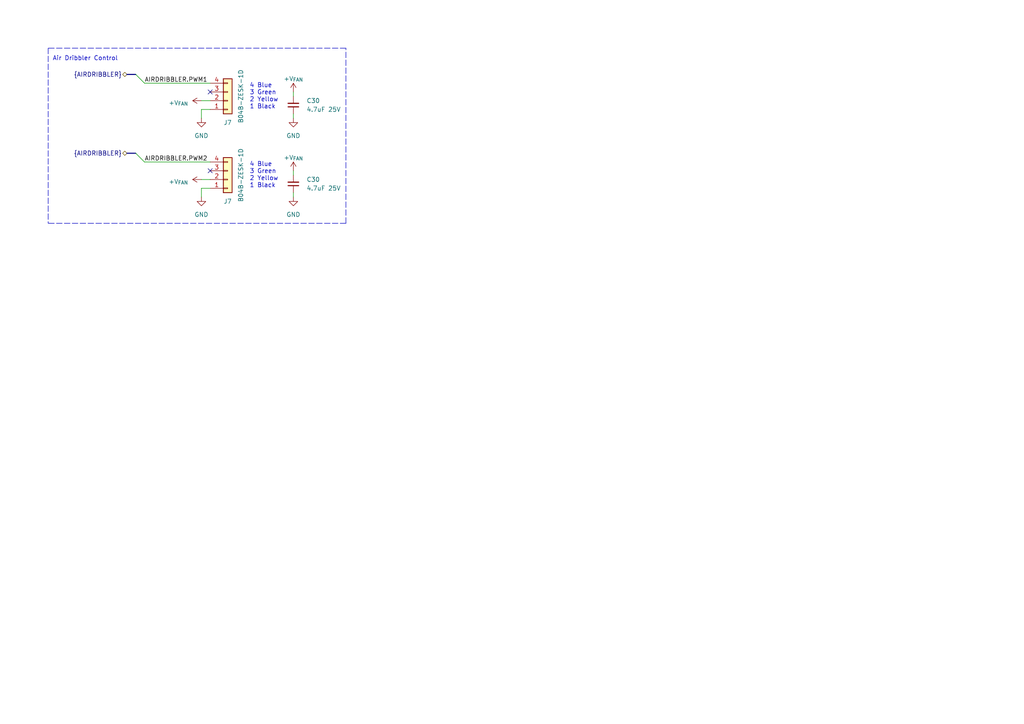
<source format=kicad_sch>
(kicad_sch (version 20230121) (generator eeschema)
  (paper "A4")
  (lib_symbols
    (symbol "AT-Supplies:+V_{FAN}" (power) (pin_names (offset 0)) (in_bom no) (on_board no)
      (property "Value" "+V_{FAN}" (at 0 5.08 0))
      (symbol "+V_{FAN}_0_1"
        (polyline (pts (xy -0.76 1.27) (xy 0.002 2.54)))
        (polyline (pts (xy 0.002 0) (xy 0.002 2.54)))
        (polyline (pts (xy 0.002 2.54) (xy 0.764 1.27)))
      )
      (symbol "+V_{FAN}_1_1"
        (pin power_in line (at 0 0 90) (length 0) hide (name "+V_{FAN}") (number "1"))
      )
    )
    (symbol "Connector_Generic:Conn_01x04" (pin_names (offset 1.016) hide)
      (property "Reference" "J" (at 0 5.08 0))
      (property "Value" "Conn_01x04" (at 0 -7.62 0))
      (symbol "Conn_01x04_1_1"
        (rectangle (start -1.27 -4.953) (end 0 -5.207) (stroke (width 0.1524)))
        (rectangle (start -1.27 -2.413) (end 0 -2.667) (stroke (width 0.1524)))
        (rectangle (start -1.27 0.127) (end 0 -0.127) (stroke (width 0.1524)))
        (rectangle (start -1.27 2.667) (end 0 2.413) (stroke (width 0.1524)))
        (rectangle (start -1.27 3.81) (end 1.27 -6.35) (stroke (width 0.254)) (fill (type background)))
        (pin passive line (at -5.08 2.54 0) (length 3.81) (name "Pin_1") (number "1"))
        (pin passive line (at -5.08 0 0) (length 3.81) (name "Pin_2") (number "2"))
        (pin passive line (at -5.08 -2.54 0) (length 3.81) (name "Pin_3") (number "3"))
        (pin passive line (at -5.08 -5.08 0) (length 3.81) (name "Pin_4") (number "4"))
      )
    )
    (symbol "Device:C_Small" (pin_numbers hide) (pin_names (offset 0.254) hide)
      (property "Reference" "C" (at 0.254 1.778 0))
      (property "Value" "C_Small" (at 0.254 -2.032 0))
      (symbol "C_Small_0_1"
        (polyline (pts (xy -1.524 -0.508) (xy 1.524 -0.508)) (stroke (width 0.3302)))
        (polyline (pts (xy -1.524 0.508) (xy 1.524 0.508)) (stroke (width 0.3048)))
      )
      (symbol "C_Small_1_1"
        (pin passive line (at 0 2.54 270) (length 2.032) (name "~") (number "1"))
        (pin passive line (at 0 -2.54 90) (length 2.032) (name "~") (number "2"))
      )
    )
    (symbol "power:GND" (power) (pin_names (offset 0))
      (property "Value" "GND" (at 0 -3.81 0))
      (symbol "GND_0_1"
        (polyline (pts (xy 0 0) (xy 0 -1.27) (xy 1.27 -1.27) (xy 0 -2.54) (xy -1.27 -1.27) (xy 0 -1.27)))
      )
      (symbol "GND_1_1"
        (pin power_in line (at 0 0 270) (length 0) hide (name "GND") (number "1"))
      )
    )
  )
  (bus_alias "AIRDRIBBLER" (members "AIRDRIBBLER.PWM1" "AIRDRIBBLER.PWM2"))
  (no_connect (at 60.96 49.53))
  (no_connect (at 60.96 26.67))
  (bus_entry (at 39.37 21.59) (size 2.54 2.54))
  (bus_entry (at 39.37 44.45) (size 2.54 2.54))
  (wire (pts (xy 58.42 31.75) (xy 58.42 34.29)))
  (polyline (pts (xy 13.97 13.97) (xy 13.97 64.77)) (stroke (width 0) (type dash)))
  (bus (pts (xy 39.37 21.59) (xy 36.83 21.59)))
  (wire (pts (xy 85.09 33.02) (xy 85.09 34.29)))
  (polyline (pts (xy 100.33 64.77) (xy 100.33 13.97)) (stroke (width 0) (type dash)))
  (wire (pts (xy 58.42 52.07) (xy 60.96 52.07)))
  (wire (pts (xy 85.09 26.67) (xy 85.09 27.94)))
  (wire (pts (xy 85.09 49.53) (xy 85.09 50.8)))
  (bus (pts (xy 39.37 44.45) (xy 36.83 44.45)))
  (wire (pts (xy 41.91 24.13) (xy 60.96 24.13)))
  (polyline (pts (xy 100.33 64.77) (xy 13.97 64.77)) (stroke (width 0) (type dash)))
  (wire (pts (xy 58.42 29.21) (xy 60.96 29.21)))
  (wire (pts (xy 85.09 55.88) (xy 85.09 57.15)))
  (wire (pts (xy 58.42 54.61) (xy 58.42 57.15)))
  (polyline (pts (xy 100.33 13.97) (xy 13.97 13.97)) (stroke (width 0) (type dash)))
  (wire (pts (xy 60.96 31.75) (xy 58.42 31.75)))
  (wire (pts (xy 41.91 46.99) (xy 60.96 46.99)))
  (wire (pts (xy 60.96 54.61) (xy 58.42 54.61)))
  (text "4 Blue\n3 Green\n2 Yellow\n1 Black" (at 72.39 54.61 0) (effects (font (size 1.27 1.27)) (justify left bottom)))
  (text "4 Blue\n3 Green\n2 Yellow\n1 Black" (at 72.39 31.75 0) (effects (font (size 1.27 1.27)) (justify left bottom)))
  (text "Air Dribbler Control" (at 15.24 17.78 0) (effects (font (size 1.27 1.27)) (justify left bottom)))
  (label "AIRDRIBBLER.PWM1" (at 41.91 24.13 0))
  (label "AIRDRIBBLER.PWM2" (at 41.91 46.99 0))
  (hierarchical_label "{AIRDRIBBLER}" (shape bidirectional) (at 36.83 21.59 180))
  (hierarchical_label "{AIRDRIBBLER}" (shape bidirectional) (at 36.83 44.45 180))
  (symbol (lib_id "Connector_Generic:Conn_01x04") (at 66.04 29.21 0) (mirror x) (unit 1)
    (property "Reference" "J7" (at 66.04 35.56 0))
    (property "Value" "B04B-ZESK-1D" (at 69.85 27.94 90))
    (property "Footprint" "Connector_JST:JST_ZE_B04B-ZESK-1D_1x04_P1.50mm_Vertical" (effects hide))
    (instances (project "control" (path "" (reference "J7") (unit 1)) (path "" (reference "J7") (unit 1)) (path "" (reference "J20") (unit 1)) (path "" (reference "J21") (unit 1))))
  )
  (symbol (lib_id "power:GND") (at 58.42 57.15 0) (unit 1)
    (property "Reference" "#PWR093" (effects hide))
    (property "Value" "GND" (at 58.42 62.23 0))
    (instances (project "control" (path "" (reference "#PWR093") (unit 1)) (path "" (reference "#PWR028") (unit 1)) (path "" (reference "#PWR0321") (unit 1)) (path "" (reference "#PWR0316") (unit 1))))
  )
  (symbol (lib_id "AT-Supplies:+V_{FAN}") (at 58.42 52.07 90) (unit 1) (in_bom no) (on_board no)
    (property "Reference" "#PWR057" (effects hide))
    (property "Value" "+V_{FAN}" (at 54.61 52.703 90) (effects (justify left)))
    (instances (project "control" (path "" (reference "#PWR057") (unit 1)) (path "" (reference "#PWR0315") (unit 1))))
  )
  (symbol (lib_id "Device:C_Small") (at 85.09 53.34 180) (unit 1)
    (property "Reference" "C30" (at 88.9 52.0699 0) (effects (justify right)))
    (property "Value" "4.7uF 25V" (at 88.9 54.6099 0) (effects (justify right)))
    (property "Footprint" "Capacitor_SMD:C_0805_2012Metric" (effects hide))
    (instances (project "control" (path "" (reference "C30") (unit 1)) (path "" (reference "C120") (unit 1))))
  )
  (symbol (lib_id "AT-Supplies:+V_{FAN}") (at 58.42 29.21 90) (unit 1) (in_bom no) (on_board no)
    (property "Reference" "#PWR057" (effects hide))
    (property "Value" "+V_{FAN}" (at 54.61 29.843 90) (effects (justify left)))
    (instances (project "control" (path "" (reference "#PWR057") (unit 1)) (path "" (reference "#PWR0313") (unit 1))))
  )
  (symbol (lib_id "power:GND") (at 85.09 57.15 0) (unit 1)
    (property "Reference" "#PWR093" (effects hide))
    (property "Value" "GND" (at 85.09 62.23 0))
    (instances (project "control" (path "" (reference "#PWR093") (unit 1)) (path "" (reference "#PWR028") (unit 1)) (path "" (reference "#PWR0321") (unit 1)) (path "" (reference "#PWR0320") (unit 1))))
  )
  (symbol (lib_id "AT-Supplies:+V_{FAN}") (at 85.09 26.67 0) (unit 1) (in_bom no) (on_board no)
    (property "Reference" "#PWR057" (effects hide))
    (property "Value" "+V_{FAN}" (at 85.092 22.86 0))
    (instances (project "control" (path "" (reference "#PWR057") (unit 1)) (path "" (reference "#PWR0317") (unit 1))))
  )
  (symbol (lib_id "Connector_Generic:Conn_01x04") (at 66.04 52.07 0) (mirror x) (unit 1)
    (property "Reference" "J7" (at 66.04 58.42 0))
    (property "Value" "B04B-ZESK-1D" (at 69.85 50.8 90))
    (property "Footprint" "Connector_JST:JST_ZE_B04B-ZESK-1D_1x04_P1.50mm_Vertical" (effects hide))
    (instances (project "control" (path "" (reference "J7") (unit 1)) (path "" (reference "J7") (unit 1)) (path "" (reference "J20") (unit 1)) (path "" (reference "J22") (unit 1))))
  )
  (symbol (lib_id "AT-Supplies:+V_{FAN}") (at 85.09 49.53 0) (unit 1) (in_bom no) (on_board no)
    (property "Reference" "#PWR057" (effects hide))
    (property "Value" "+V_{FAN}" (at 85.092 45.72 0))
    (instances (project "control" (path "" (reference "#PWR057") (unit 1)) (path "" (reference "#PWR0319") (unit 1))))
  )
  (symbol (lib_id "power:GND") (at 85.09 34.29 0) (unit 1)
    (property "Reference" "#PWR093" (effects hide))
    (property "Value" "GND" (at 85.09 39.37 0))
    (instances (project "control" (path "" (reference "#PWR093") (unit 1)) (path "" (reference "#PWR028") (unit 1)) (path "" (reference "#PWR0321") (unit 1)) (path "" (reference "#PWR0318") (unit 1))))
  )
  (symbol (lib_id "power:GND") (at 58.42 34.29 0) (unit 1)
    (property "Reference" "#PWR093" (effects hide))
    (property "Value" "GND" (at 58.42 39.37 0))
    (instances (project "control" (path "" (reference "#PWR093") (unit 1)) (path "" (reference "#PWR028") (unit 1)) (path "" (reference "#PWR0321") (unit 1)) (path "" (reference "#PWR0314") (unit 1))))
  )
  (symbol (lib_id "Device:C_Small") (at 85.09 30.48 180) (unit 1)
    (property "Reference" "C30" (at 88.9 29.2099 0) (effects (justify right)))
    (property "Value" "4.7uF 25V" (at 88.9 31.7499 0) (effects (justify right)))
    (property "Footprint" "Capacitor_SMD:C_0805_2012Metric" (effects hide))
    (instances (project "control" (path "" (reference "C30") (unit 1)) (path "" (reference "C119") (unit 1))))
  )
)
</source>
